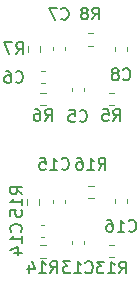
<source format=gbo>
G04 #@! TF.GenerationSoftware,KiCad,Pcbnew,(6.0.0)*
G04 #@! TF.CreationDate,2022-02-22T08:31:50+01:00*
G04 #@! TF.ProjectId,FilterDaughterboard,46696c74-6572-4446-9175-676874657262,rev?*
G04 #@! TF.SameCoordinates,Original*
G04 #@! TF.FileFunction,Legend,Bot*
G04 #@! TF.FilePolarity,Positive*
%FSLAX46Y46*%
G04 Gerber Fmt 4.6, Leading zero omitted, Abs format (unit mm)*
G04 Created by KiCad (PCBNEW (6.0.0)) date 2022-02-22 08:31:50*
%MOMM*%
%LPD*%
G01*
G04 APERTURE LIST*
%ADD10C,0.150000*%
%ADD11C,0.120000*%
G04 APERTURE END LIST*
D10*
X91316666Y-137147142D02*
X91364285Y-137194761D01*
X91507142Y-137242380D01*
X91602380Y-137242380D01*
X91745238Y-137194761D01*
X91840476Y-137099523D01*
X91888095Y-137004285D01*
X91935714Y-136813809D01*
X91935714Y-136670952D01*
X91888095Y-136480476D01*
X91840476Y-136385238D01*
X91745238Y-136290000D01*
X91602380Y-136242380D01*
X91507142Y-136242380D01*
X91364285Y-136290000D01*
X91316666Y-136337619D01*
X90411904Y-136242380D02*
X90888095Y-136242380D01*
X90935714Y-136718571D01*
X90888095Y-136670952D01*
X90792857Y-136623333D01*
X90554761Y-136623333D01*
X90459523Y-136670952D01*
X90411904Y-136718571D01*
X90364285Y-136813809D01*
X90364285Y-137051904D01*
X90411904Y-137147142D01*
X90459523Y-137194761D01*
X90554761Y-137242380D01*
X90792857Y-137242380D01*
X90888095Y-137194761D01*
X90935714Y-137147142D01*
X86337142Y-146537142D02*
X86384761Y-146489523D01*
X86432380Y-146346666D01*
X86432380Y-146251428D01*
X86384761Y-146108571D01*
X86289523Y-146013333D01*
X86194285Y-145965714D01*
X86003809Y-145918095D01*
X85860952Y-145918095D01*
X85670476Y-145965714D01*
X85575238Y-146013333D01*
X85480000Y-146108571D01*
X85432380Y-146251428D01*
X85432380Y-146346666D01*
X85480000Y-146489523D01*
X85527619Y-146537142D01*
X86432380Y-147489523D02*
X86432380Y-146918095D01*
X86432380Y-147203809D02*
X85432380Y-147203809D01*
X85575238Y-147108571D01*
X85670476Y-147013333D01*
X85718095Y-146918095D01*
X85765714Y-148346666D02*
X86432380Y-148346666D01*
X85384761Y-148108571D02*
X86099047Y-147870476D01*
X86099047Y-148489523D01*
X88376666Y-137182380D02*
X88710000Y-136706190D01*
X88948095Y-137182380D02*
X88948095Y-136182380D01*
X88567142Y-136182380D01*
X88471904Y-136230000D01*
X88424285Y-136277619D01*
X88376666Y-136372857D01*
X88376666Y-136515714D01*
X88424285Y-136610952D01*
X88471904Y-136658571D01*
X88567142Y-136706190D01*
X88948095Y-136706190D01*
X87519523Y-136182380D02*
X87710000Y-136182380D01*
X87805238Y-136230000D01*
X87852857Y-136277619D01*
X87948095Y-136420476D01*
X87995714Y-136610952D01*
X87995714Y-136991904D01*
X87948095Y-137087142D01*
X87900476Y-137134761D01*
X87805238Y-137182380D01*
X87614761Y-137182380D01*
X87519523Y-137134761D01*
X87471904Y-137087142D01*
X87424285Y-136991904D01*
X87424285Y-136753809D01*
X87471904Y-136658571D01*
X87519523Y-136610952D01*
X87614761Y-136563333D01*
X87805238Y-136563333D01*
X87900476Y-136610952D01*
X87948095Y-136658571D01*
X87995714Y-136753809D01*
X85926666Y-131522380D02*
X86260000Y-131046190D01*
X86498095Y-131522380D02*
X86498095Y-130522380D01*
X86117142Y-130522380D01*
X86021904Y-130570000D01*
X85974285Y-130617619D01*
X85926666Y-130712857D01*
X85926666Y-130855714D01*
X85974285Y-130950952D01*
X86021904Y-130998571D01*
X86117142Y-131046190D01*
X86498095Y-131046190D01*
X85593333Y-130522380D02*
X84926666Y-130522380D01*
X85355238Y-131522380D01*
X92386666Y-128572380D02*
X92720000Y-128096190D01*
X92958095Y-128572380D02*
X92958095Y-127572380D01*
X92577142Y-127572380D01*
X92481904Y-127620000D01*
X92434285Y-127667619D01*
X92386666Y-127762857D01*
X92386666Y-127905714D01*
X92434285Y-128000952D01*
X92481904Y-128048571D01*
X92577142Y-128096190D01*
X92958095Y-128096190D01*
X91815238Y-128000952D02*
X91910476Y-127953333D01*
X91958095Y-127905714D01*
X92005714Y-127810476D01*
X92005714Y-127762857D01*
X91958095Y-127667619D01*
X91910476Y-127620000D01*
X91815238Y-127572380D01*
X91624761Y-127572380D01*
X91529523Y-127620000D01*
X91481904Y-127667619D01*
X91434285Y-127762857D01*
X91434285Y-127810476D01*
X91481904Y-127905714D01*
X91529523Y-127953333D01*
X91624761Y-128000952D01*
X91815238Y-128000952D01*
X91910476Y-128048571D01*
X91958095Y-128096190D01*
X92005714Y-128191428D01*
X92005714Y-128381904D01*
X91958095Y-128477142D01*
X91910476Y-128524761D01*
X91815238Y-128572380D01*
X91624761Y-128572380D01*
X91529523Y-128524761D01*
X91481904Y-128477142D01*
X91434285Y-128381904D01*
X91434285Y-128191428D01*
X91481904Y-128096190D01*
X91529523Y-128048571D01*
X91624761Y-128000952D01*
X94662857Y-150082380D02*
X94996190Y-149606190D01*
X95234285Y-150082380D02*
X95234285Y-149082380D01*
X94853333Y-149082380D01*
X94758095Y-149130000D01*
X94710476Y-149177619D01*
X94662857Y-149272857D01*
X94662857Y-149415714D01*
X94710476Y-149510952D01*
X94758095Y-149558571D01*
X94853333Y-149606190D01*
X95234285Y-149606190D01*
X93710476Y-150082380D02*
X94281904Y-150082380D01*
X93996190Y-150082380D02*
X93996190Y-149082380D01*
X94091428Y-149225238D01*
X94186666Y-149320476D01*
X94281904Y-149368095D01*
X93377142Y-149082380D02*
X92758095Y-149082380D01*
X93091428Y-149463333D01*
X92948571Y-149463333D01*
X92853333Y-149510952D01*
X92805714Y-149558571D01*
X92758095Y-149653809D01*
X92758095Y-149891904D01*
X92805714Y-149987142D01*
X92853333Y-150034761D01*
X92948571Y-150082380D01*
X93234285Y-150082380D01*
X93329523Y-150034761D01*
X93377142Y-149987142D01*
X88822857Y-150052380D02*
X89156190Y-149576190D01*
X89394285Y-150052380D02*
X89394285Y-149052380D01*
X89013333Y-149052380D01*
X88918095Y-149100000D01*
X88870476Y-149147619D01*
X88822857Y-149242857D01*
X88822857Y-149385714D01*
X88870476Y-149480952D01*
X88918095Y-149528571D01*
X89013333Y-149576190D01*
X89394285Y-149576190D01*
X87870476Y-150052380D02*
X88441904Y-150052380D01*
X88156190Y-150052380D02*
X88156190Y-149052380D01*
X88251428Y-149195238D01*
X88346666Y-149290476D01*
X88441904Y-149338095D01*
X87013333Y-149385714D02*
X87013333Y-150052380D01*
X87251428Y-149004761D02*
X87489523Y-149719047D01*
X86870476Y-149719047D01*
X86452380Y-143367142D02*
X85976190Y-143033809D01*
X86452380Y-142795714D02*
X85452380Y-142795714D01*
X85452380Y-143176666D01*
X85500000Y-143271904D01*
X85547619Y-143319523D01*
X85642857Y-143367142D01*
X85785714Y-143367142D01*
X85880952Y-143319523D01*
X85928571Y-143271904D01*
X85976190Y-143176666D01*
X85976190Y-142795714D01*
X86452380Y-144319523D02*
X86452380Y-143748095D01*
X86452380Y-144033809D02*
X85452380Y-144033809D01*
X85595238Y-143938571D01*
X85690476Y-143843333D01*
X85738095Y-143748095D01*
X85452380Y-145224285D02*
X85452380Y-144748095D01*
X85928571Y-144700476D01*
X85880952Y-144748095D01*
X85833333Y-144843333D01*
X85833333Y-145081428D01*
X85880952Y-145176666D01*
X85928571Y-145224285D01*
X86023809Y-145271904D01*
X86261904Y-145271904D01*
X86357142Y-145224285D01*
X86404761Y-145176666D01*
X86452380Y-145081428D01*
X86452380Y-144843333D01*
X86404761Y-144748095D01*
X86357142Y-144700476D01*
X85896666Y-133847142D02*
X85944285Y-133894761D01*
X86087142Y-133942380D01*
X86182380Y-133942380D01*
X86325238Y-133894761D01*
X86420476Y-133799523D01*
X86468095Y-133704285D01*
X86515714Y-133513809D01*
X86515714Y-133370952D01*
X86468095Y-133180476D01*
X86420476Y-133085238D01*
X86325238Y-132990000D01*
X86182380Y-132942380D01*
X86087142Y-132942380D01*
X85944285Y-132990000D01*
X85896666Y-133037619D01*
X85039523Y-132942380D02*
X85230000Y-132942380D01*
X85325238Y-132990000D01*
X85372857Y-133037619D01*
X85468095Y-133180476D01*
X85515714Y-133370952D01*
X85515714Y-133751904D01*
X85468095Y-133847142D01*
X85420476Y-133894761D01*
X85325238Y-133942380D01*
X85134761Y-133942380D01*
X85039523Y-133894761D01*
X84991904Y-133847142D01*
X84944285Y-133751904D01*
X84944285Y-133513809D01*
X84991904Y-133418571D01*
X85039523Y-133370952D01*
X85134761Y-133323333D01*
X85325238Y-133323333D01*
X85420476Y-133370952D01*
X85468095Y-133418571D01*
X85515714Y-133513809D01*
X94996666Y-133627142D02*
X95044285Y-133674761D01*
X95187142Y-133722380D01*
X95282380Y-133722380D01*
X95425238Y-133674761D01*
X95520476Y-133579523D01*
X95568095Y-133484285D01*
X95615714Y-133293809D01*
X95615714Y-133150952D01*
X95568095Y-132960476D01*
X95520476Y-132865238D01*
X95425238Y-132770000D01*
X95282380Y-132722380D01*
X95187142Y-132722380D01*
X95044285Y-132770000D01*
X94996666Y-132817619D01*
X94425238Y-133150952D02*
X94520476Y-133103333D01*
X94568095Y-133055714D01*
X94615714Y-132960476D01*
X94615714Y-132912857D01*
X94568095Y-132817619D01*
X94520476Y-132770000D01*
X94425238Y-132722380D01*
X94234761Y-132722380D01*
X94139523Y-132770000D01*
X94091904Y-132817619D01*
X94044285Y-132912857D01*
X94044285Y-132960476D01*
X94091904Y-133055714D01*
X94139523Y-133103333D01*
X94234761Y-133150952D01*
X94425238Y-133150952D01*
X94520476Y-133198571D01*
X94568095Y-133246190D01*
X94615714Y-133341428D01*
X94615714Y-133531904D01*
X94568095Y-133627142D01*
X94520476Y-133674761D01*
X94425238Y-133722380D01*
X94234761Y-133722380D01*
X94139523Y-133674761D01*
X94091904Y-133627142D01*
X94044285Y-133531904D01*
X94044285Y-133341428D01*
X94091904Y-133246190D01*
X94139523Y-133198571D01*
X94234761Y-133150952D01*
X95472857Y-146457142D02*
X95520476Y-146504761D01*
X95663333Y-146552380D01*
X95758571Y-146552380D01*
X95901428Y-146504761D01*
X95996666Y-146409523D01*
X96044285Y-146314285D01*
X96091904Y-146123809D01*
X96091904Y-145980952D01*
X96044285Y-145790476D01*
X95996666Y-145695238D01*
X95901428Y-145600000D01*
X95758571Y-145552380D01*
X95663333Y-145552380D01*
X95520476Y-145600000D01*
X95472857Y-145647619D01*
X94520476Y-146552380D02*
X95091904Y-146552380D01*
X94806190Y-146552380D02*
X94806190Y-145552380D01*
X94901428Y-145695238D01*
X94996666Y-145790476D01*
X95091904Y-145838095D01*
X93663333Y-145552380D02*
X93853809Y-145552380D01*
X93949047Y-145600000D01*
X93996666Y-145647619D01*
X94091904Y-145790476D01*
X94139523Y-145980952D01*
X94139523Y-146361904D01*
X94091904Y-146457142D01*
X94044285Y-146504761D01*
X93949047Y-146552380D01*
X93758571Y-146552380D01*
X93663333Y-146504761D01*
X93615714Y-146457142D01*
X93568095Y-146361904D01*
X93568095Y-146123809D01*
X93615714Y-146028571D01*
X93663333Y-145980952D01*
X93758571Y-145933333D01*
X93949047Y-145933333D01*
X94044285Y-145980952D01*
X94091904Y-146028571D01*
X94139523Y-146123809D01*
X94166666Y-137182380D02*
X94500000Y-136706190D01*
X94738095Y-137182380D02*
X94738095Y-136182380D01*
X94357142Y-136182380D01*
X94261904Y-136230000D01*
X94214285Y-136277619D01*
X94166666Y-136372857D01*
X94166666Y-136515714D01*
X94214285Y-136610952D01*
X94261904Y-136658571D01*
X94357142Y-136706190D01*
X94738095Y-136706190D01*
X93261904Y-136182380D02*
X93738095Y-136182380D01*
X93785714Y-136658571D01*
X93738095Y-136610952D01*
X93642857Y-136563333D01*
X93404761Y-136563333D01*
X93309523Y-136610952D01*
X93261904Y-136658571D01*
X93214285Y-136753809D01*
X93214285Y-136991904D01*
X93261904Y-137087142D01*
X93309523Y-137134761D01*
X93404761Y-137182380D01*
X93642857Y-137182380D01*
X93738095Y-137134761D01*
X93785714Y-137087142D01*
X91802857Y-149977142D02*
X91850476Y-150024761D01*
X91993333Y-150072380D01*
X92088571Y-150072380D01*
X92231428Y-150024761D01*
X92326666Y-149929523D01*
X92374285Y-149834285D01*
X92421904Y-149643809D01*
X92421904Y-149500952D01*
X92374285Y-149310476D01*
X92326666Y-149215238D01*
X92231428Y-149120000D01*
X92088571Y-149072380D01*
X91993333Y-149072380D01*
X91850476Y-149120000D01*
X91802857Y-149167619D01*
X90850476Y-150072380D02*
X91421904Y-150072380D01*
X91136190Y-150072380D02*
X91136190Y-149072380D01*
X91231428Y-149215238D01*
X91326666Y-149310476D01*
X91421904Y-149358095D01*
X90517142Y-149072380D02*
X89898095Y-149072380D01*
X90231428Y-149453333D01*
X90088571Y-149453333D01*
X89993333Y-149500952D01*
X89945714Y-149548571D01*
X89898095Y-149643809D01*
X89898095Y-149881904D01*
X89945714Y-149977142D01*
X89993333Y-150024761D01*
X90088571Y-150072380D01*
X90374285Y-150072380D01*
X90469523Y-150024761D01*
X90517142Y-149977142D01*
X92912857Y-141302380D02*
X93246190Y-140826190D01*
X93484285Y-141302380D02*
X93484285Y-140302380D01*
X93103333Y-140302380D01*
X93008095Y-140350000D01*
X92960476Y-140397619D01*
X92912857Y-140492857D01*
X92912857Y-140635714D01*
X92960476Y-140730952D01*
X93008095Y-140778571D01*
X93103333Y-140826190D01*
X93484285Y-140826190D01*
X91960476Y-141302380D02*
X92531904Y-141302380D01*
X92246190Y-141302380D02*
X92246190Y-140302380D01*
X92341428Y-140445238D01*
X92436666Y-140540476D01*
X92531904Y-140588095D01*
X91103333Y-140302380D02*
X91293809Y-140302380D01*
X91389047Y-140350000D01*
X91436666Y-140397619D01*
X91531904Y-140540476D01*
X91579523Y-140730952D01*
X91579523Y-141111904D01*
X91531904Y-141207142D01*
X91484285Y-141254761D01*
X91389047Y-141302380D01*
X91198571Y-141302380D01*
X91103333Y-141254761D01*
X91055714Y-141207142D01*
X91008095Y-141111904D01*
X91008095Y-140873809D01*
X91055714Y-140778571D01*
X91103333Y-140730952D01*
X91198571Y-140683333D01*
X91389047Y-140683333D01*
X91484285Y-140730952D01*
X91531904Y-140778571D01*
X91579523Y-140873809D01*
X89756666Y-128507142D02*
X89804285Y-128554761D01*
X89947142Y-128602380D01*
X90042380Y-128602380D01*
X90185238Y-128554761D01*
X90280476Y-128459523D01*
X90328095Y-128364285D01*
X90375714Y-128173809D01*
X90375714Y-128030952D01*
X90328095Y-127840476D01*
X90280476Y-127745238D01*
X90185238Y-127650000D01*
X90042380Y-127602380D01*
X89947142Y-127602380D01*
X89804285Y-127650000D01*
X89756666Y-127697619D01*
X89423333Y-127602380D02*
X88756666Y-127602380D01*
X89185238Y-128602380D01*
X89782857Y-141207142D02*
X89830476Y-141254761D01*
X89973333Y-141302380D01*
X90068571Y-141302380D01*
X90211428Y-141254761D01*
X90306666Y-141159523D01*
X90354285Y-141064285D01*
X90401904Y-140873809D01*
X90401904Y-140730952D01*
X90354285Y-140540476D01*
X90306666Y-140445238D01*
X90211428Y-140350000D01*
X90068571Y-140302380D01*
X89973333Y-140302380D01*
X89830476Y-140350000D01*
X89782857Y-140397619D01*
X88830476Y-141302380D02*
X89401904Y-141302380D01*
X89116190Y-141302380D02*
X89116190Y-140302380D01*
X89211428Y-140445238D01*
X89306666Y-140540476D01*
X89401904Y-140588095D01*
X87925714Y-140302380D02*
X88401904Y-140302380D01*
X88449523Y-140778571D01*
X88401904Y-140730952D01*
X88306666Y-140683333D01*
X88068571Y-140683333D01*
X87973333Y-140730952D01*
X87925714Y-140778571D01*
X87878095Y-140873809D01*
X87878095Y-141111904D01*
X87925714Y-141207142D01*
X87973333Y-141254761D01*
X88068571Y-141302380D01*
X88306666Y-141302380D01*
X88401904Y-141254761D01*
X88449523Y-141207142D01*
D11*
X91660000Y-134650580D02*
X91660000Y-134369420D01*
X90640000Y-134650580D02*
X90640000Y-134369420D01*
X87999420Y-146000000D02*
X88280580Y-146000000D01*
X87999420Y-147020000D02*
X88280580Y-147020000D01*
X87972742Y-134777500D02*
X88447258Y-134777500D01*
X87972742Y-135822500D02*
X88447258Y-135822500D01*
X86897500Y-130832742D02*
X86897500Y-131307258D01*
X87942500Y-130832742D02*
X87942500Y-131307258D01*
X92457258Y-130812500D02*
X91982742Y-130812500D01*
X92457258Y-129767500D02*
X91982742Y-129767500D01*
X93782742Y-147677500D02*
X94257258Y-147677500D01*
X93782742Y-148722500D02*
X94257258Y-148722500D01*
X87952742Y-147717500D02*
X88427258Y-147717500D01*
X87952742Y-148762500D02*
X88427258Y-148762500D01*
X87892500Y-143792742D02*
X87892500Y-144267258D01*
X86847500Y-143792742D02*
X86847500Y-144267258D01*
X88059420Y-132960000D02*
X88340580Y-132960000D01*
X88059420Y-133980000D02*
X88340580Y-133980000D01*
X94320000Y-130929420D02*
X94320000Y-131210580D01*
X95340000Y-130929420D02*
X95340000Y-131210580D01*
X95330000Y-143819420D02*
X95330000Y-144100580D01*
X94310000Y-143819420D02*
X94310000Y-144100580D01*
X93762742Y-135822500D02*
X94237258Y-135822500D01*
X93762742Y-134777500D02*
X94237258Y-134777500D01*
X91670000Y-147600580D02*
X91670000Y-147319420D01*
X90650000Y-147600580D02*
X90650000Y-147319420D01*
X92507258Y-143702500D02*
X92032742Y-143702500D01*
X92507258Y-142657500D02*
X92032742Y-142657500D01*
X89090000Y-130919420D02*
X89090000Y-131200580D01*
X90110000Y-130919420D02*
X90110000Y-131200580D01*
X90100000Y-143829420D02*
X90100000Y-144110580D01*
X89080000Y-143829420D02*
X89080000Y-144110580D01*
M02*

</source>
